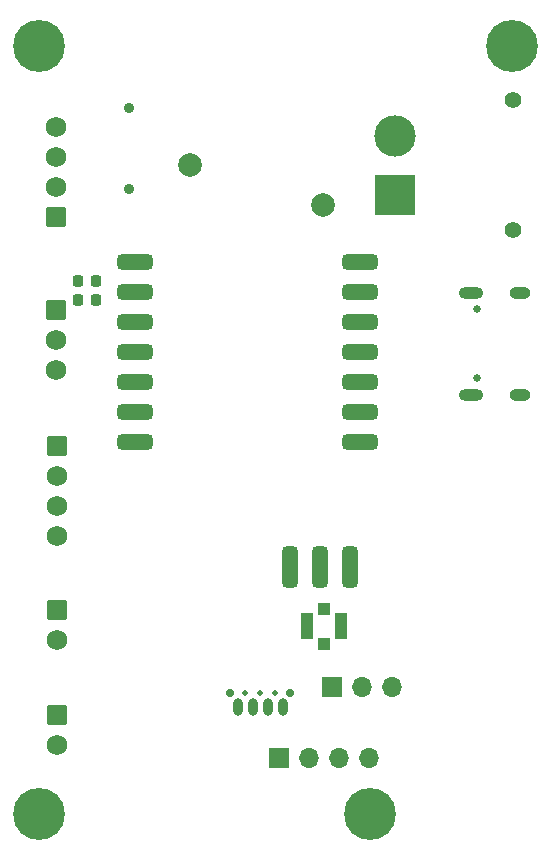
<source format=gbs>
%TF.GenerationSoftware,KiCad,Pcbnew,7.0.5-0*%
%TF.CreationDate,2024-02-07T21:38:44-05:00*%
%TF.ProjectId,GHOUL-2024-0,47484f55-4c2d-4323-9032-342d302e6b69,rev?*%
%TF.SameCoordinates,Original*%
%TF.FileFunction,Soldermask,Bot*%
%TF.FilePolarity,Negative*%
%FSLAX46Y46*%
G04 Gerber Fmt 4.6, Leading zero omitted, Abs format (unit mm)*
G04 Created by KiCad (PCBNEW 7.0.5-0) date 2024-02-07 21:38:44*
%MOMM*%
%LPD*%
G01*
G04 APERTURE LIST*
G04 Aperture macros list*
%AMRoundRect*
0 Rectangle with rounded corners*
0 $1 Rounding radius*
0 $2 $3 $4 $5 $6 $7 $8 $9 X,Y pos of 4 corners*
0 Add a 4 corners polygon primitive as box body*
4,1,4,$2,$3,$4,$5,$6,$7,$8,$9,$2,$3,0*
0 Add four circle primitives for the rounded corners*
1,1,$1+$1,$2,$3*
1,1,$1+$1,$4,$5*
1,1,$1+$1,$6,$7*
1,1,$1+$1,$8,$9*
0 Add four rect primitives between the rounded corners*
20,1,$1+$1,$2,$3,$4,$5,0*
20,1,$1+$1,$4,$5,$6,$7,0*
20,1,$1+$1,$6,$7,$8,$9,0*
20,1,$1+$1,$8,$9,$2,$3,0*%
G04 Aperture macros list end*
%ADD10C,4.400000*%
%ADD11C,0.650000*%
%ADD12O,2.100000X1.000000*%
%ADD13O,1.800000X1.000000*%
%ADD14R,1.700000X1.700000*%
%ADD15O,1.700000X1.700000*%
%ADD16RoundRect,0.250000X-0.620000X0.620000X-0.620000X-0.620000X0.620000X-0.620000X0.620000X0.620000X0*%
%ADD17C,1.740000*%
%ADD18C,2.000000*%
%ADD19C,1.400000*%
%ADD20R,3.500000X3.500000*%
%ADD21C,3.500000*%
%ADD22C,0.700000*%
%ADD23C,0.500000*%
%ADD24O,0.800000X1.500000*%
%ADD25C,0.889000*%
%ADD26RoundRect,0.225000X0.225000X0.250000X-0.225000X0.250000X-0.225000X-0.250000X0.225000X-0.250000X0*%
%ADD27R,1.000000X1.000000*%
%ADD28R,1.050000X2.200000*%
%ADD29RoundRect,0.250000X0.620000X-0.620000X0.620000X0.620000X-0.620000X0.620000X-0.620000X-0.620000X0*%
%ADD30RoundRect,0.322500X-1.177500X-0.322500X1.177500X-0.322500X1.177500X0.322500X-1.177500X0.322500X0*%
%ADD31RoundRect,0.325000X-1.175000X-0.325000X1.175000X-0.325000X1.175000X0.325000X-1.175000X0.325000X0*%
%ADD32RoundRect,0.325000X-0.325000X1.425000X-0.325000X-1.425000X0.325000X-1.425000X0.325000X1.425000X0*%
G04 APERTURE END LIST*
D10*
%TO.C,H4*%
X176630000Y-84470000D03*
%TD*%
D11*
%TO.C,J1*%
X173675000Y-112570000D03*
X173675000Y-106790000D03*
D12*
X173175000Y-114000000D03*
D13*
X177355000Y-114000000D03*
D12*
X173175000Y-105360000D03*
D13*
X177355000Y-105360000D03*
%TD*%
D10*
%TO.C,H3*%
X164630000Y-149470000D03*
%TD*%
%TO.C,H2*%
X136630000Y-149470000D03*
%TD*%
D14*
%TO.C,J10*%
X156980000Y-144770000D03*
D15*
X159520000Y-144770000D03*
X162060000Y-144770000D03*
X164600000Y-144770000D03*
%TD*%
D16*
%TO.C,J7*%
X138130000Y-132230000D03*
D17*
X138130000Y-134770000D03*
%TD*%
D16*
%TO.C,J8*%
X138130000Y-141130000D03*
D17*
X138130000Y-143670000D03*
%TD*%
D16*
%TO.C,J6*%
X138040000Y-106810000D03*
D17*
X138040000Y-109350000D03*
X138040000Y-111890000D03*
%TD*%
D18*
%TO.C,TP1*%
X149440000Y-94540000D03*
%TD*%
D19*
%TO.C,BT1*%
X176765000Y-89090000D03*
X176765000Y-100090000D03*
D20*
X166765000Y-97090000D03*
D21*
X166765000Y-92090000D03*
%TD*%
D10*
%TO.C,H1*%
X136630000Y-84470000D03*
%TD*%
D18*
%TO.C,TP2*%
X160690000Y-97950000D03*
%TD*%
D16*
%TO.C,J9*%
X138130000Y-118380000D03*
D17*
X138130000Y-120920000D03*
X138130000Y-123460000D03*
X138130000Y-126000000D03*
%TD*%
D22*
%TO.C,J3*%
X152830000Y-139300000D03*
D23*
X154100000Y-139300000D03*
X155370000Y-139300000D03*
X156640000Y-139300000D03*
D22*
X157910000Y-139300000D03*
D24*
X153465000Y-140455000D03*
X154735000Y-140455000D03*
X156005000Y-140455000D03*
X157275000Y-140455000D03*
%TD*%
D25*
%TO.C,SW2*%
X144228100Y-96569998D03*
X144228100Y-89770002D03*
%TD*%
D14*
%TO.C,J4*%
X161420000Y-138740000D03*
D15*
X163960000Y-138740000D03*
X166500000Y-138740000D03*
%TD*%
D26*
%TO.C,C22*%
X141465000Y-104390000D03*
X139915000Y-104390000D03*
%TD*%
%TO.C,C21*%
X141465000Y-106000000D03*
X139915000Y-106000000D03*
%TD*%
D27*
%TO.C,J2*%
X160745000Y-132120000D03*
D28*
X159270000Y-133620000D03*
D27*
X160745000Y-135120000D03*
D28*
X162220000Y-133620000D03*
%TD*%
D29*
%TO.C,J5*%
X138080000Y-98930000D03*
D17*
X138080000Y-96390000D03*
X138080000Y-93850000D03*
X138080000Y-91310000D03*
%TD*%
D30*
%TO.C,U7*%
X144770000Y-118035000D03*
D31*
X144770000Y-115490000D03*
X144770000Y-112950000D03*
X144770000Y-110410000D03*
X144770000Y-107870000D03*
X144770000Y-105330000D03*
X144770000Y-102790000D03*
X163770000Y-102790000D03*
X163770000Y-105330000D03*
X163770000Y-107870000D03*
X163770000Y-110410000D03*
X163770000Y-112950000D03*
X163770000Y-115490000D03*
D30*
X163770000Y-118035000D03*
D32*
X162940000Y-128640000D03*
X160400000Y-128640000D03*
X157860000Y-128640000D03*
%TD*%
M02*

</source>
